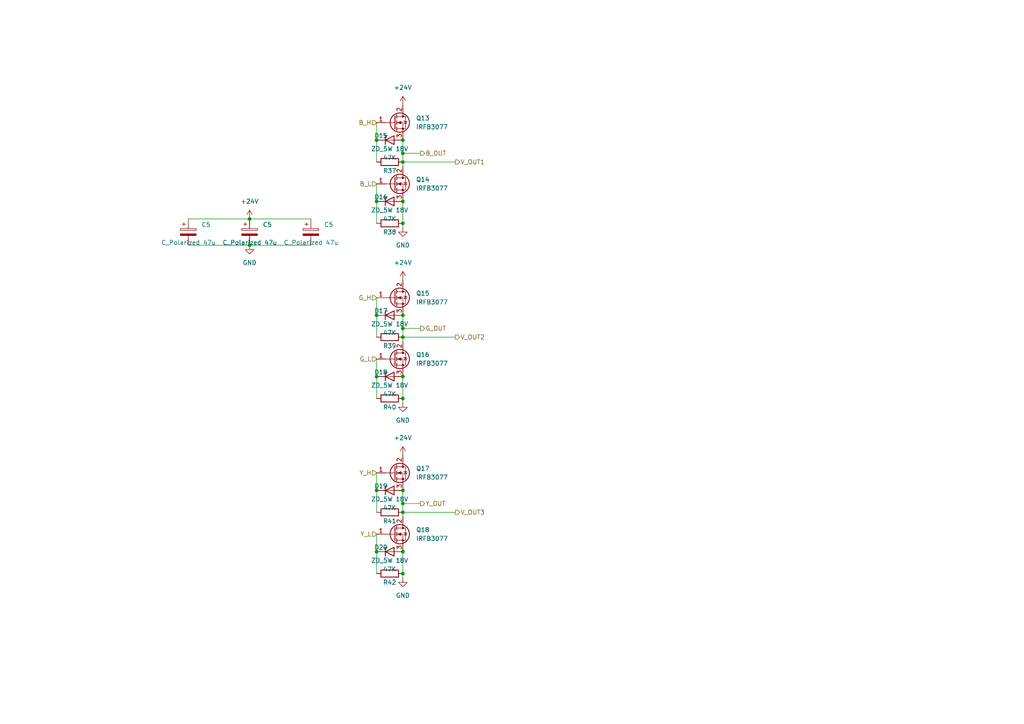
<source format=kicad_sch>
(kicad_sch (version 20230121) (generator eeschema)
  (paper "A4")
  (lib_symbols
    (symbol "2022-lsd:IRFB3077" (pin_names (offset 0) hide)
      (property "Reference" "Q?" (at 5.207 1.1684 0))
      (property "Value" "IRFB3077" (at 5.207 -1.143 0))
      (symbol "IRFB3077_0_1"
        (polyline (pts (xy 0.254 0) (xy -2.54 0)))
        (polyline (pts (xy 0.254 1.905) (xy 0.254 -1.905)) (stroke (width 0.254)))
        (polyline (pts (xy 0.762 -1.27) (xy 0.762 -2.286)) (stroke (width 0.254)))
        (polyline (pts (xy 0.762 0.508) (xy 0.762 -0.508)) (stroke (width 0.254)))
        (polyline (pts (xy 0.762 2.286) (xy 0.762 1.27)) (stroke (width 0.254)))
        (polyline (pts (xy 2.54 2.54) (xy 2.54 1.778)))
        (polyline (pts (xy 2.54 -2.54) (xy 2.54 0) (xy 0.762 0)))
        (polyline (pts (xy 0.762 -1.778) (xy 3.302 -1.778) (xy 3.302 1.778) (xy 0.762 1.778)))
        (polyline (pts (xy 1.016 0) (xy 2.032 0.381) (xy 2.032 -0.381) (xy 1.016 0)) (fill (type outline)))
        (polyline (pts (xy 2.794 0.508) (xy 2.921 0.381) (xy 3.683 0.381) (xy 3.81 0.254)))
        (polyline (pts (xy 3.302 0.381) (xy 2.921 -0.254) (xy 3.683 -0.254) (xy 3.302 0.381)))
        (circle (center 1.651 0) (radius 2.794) (stroke (width 0.254)))
        (circle (center 2.54 -1.778) (radius 0.254) (fill (type outline)))
        (circle (center 2.54 1.778) (radius 0.254) (fill (type outline)))
      )
      (symbol "IRFB3077_1_1"
        (pin input line (at -5.08 0 0) (length 2.54) (name "G") (number "1"))
        (pin passive line (at 2.54 5.08 270) (length 2.54) (name "D") (number "2"))
        (pin passive line (at 2.54 -5.08 90) (length 2.54) (name "S") (number "3"))
      )
    )
    (symbol "Device:C_Polarized" (pin_numbers hide) (pin_names (offset 0.254))
      (property "Reference" "C" (at 0.635 2.54 0))
      (property "Value" "C_Polarized" (at 0.635 -2.54 0))
      (symbol "C_Polarized_0_1"
        (rectangle (start -2.286 0.508) (end 2.286 1.016))
        (polyline (pts (xy -1.778 2.286) (xy -0.762 2.286)))
        (polyline (pts (xy -1.27 2.794) (xy -1.27 1.778)))
        (rectangle (start 2.286 -0.508) (end -2.286 -1.016) (fill (type outline)))
      )
      (symbol "C_Polarized_1_1"
        (pin passive line (at 0 3.81 270) (length 2.794) (name "~") (number "1"))
        (pin passive line (at 0 -3.81 90) (length 2.794) (name "~") (number "2"))
      )
    )
    (symbol "Device:R" (pin_numbers hide) (pin_names (offset 0))
      (property "Reference" "R" (at 2.032 0 90))
      (property "Value" "R" (at 0 0 90))
      (symbol "R_0_1"
        (rectangle (start -1.016 -2.54) (end 1.016 2.54) (stroke (width 0.254)))
      )
      (symbol "R_1_1"
        (pin passive line (at 0 3.81 270) (length 1.27) (name "~") (number "1"))
        (pin passive line (at 0 -3.81 90) (length 1.27) (name "~") (number "2"))
      )
    )
    (symbol "Diode:1N53xxB" (pin_numbers hide) (pin_names hide)
      (property "Reference" "D" (at 0 2.54 0))
      (property "Value" "1N53xxB" (at 0 -2.54 0))
      (symbol "1N53xxB_0_1"
        (polyline (pts (xy 1.27 0) (xy -1.27 0)))
        (polyline (pts (xy -1.27 -1.27) (xy -1.27 1.27) (xy -0.762 1.27)) (stroke (width 0.254)))
        (polyline (pts (xy 1.27 -1.27) (xy 1.27 1.27) (xy -1.27 0) (xy 1.27 -1.27)) (stroke (width 0.254)))
      )
      (symbol "1N53xxB_1_1"
        (pin passive line (at -3.81 0 0) (length 2.54) (name "K") (number "1"))
        (pin passive line (at 3.81 0 180) (length 2.54) (name "A") (number "2"))
      )
    )
    (symbol "power:+24V" (power) (pin_names (offset 0))
      (property "Value" "+24V" (at 0 3.556 0))
      (symbol "+24V_0_1"
        (polyline (pts (xy -0.762 1.27) (xy 0 2.54)))
        (polyline (pts (xy 0 0) (xy 0 2.54)))
        (polyline (pts (xy 0 2.54) (xy 0.762 1.27)))
      )
      (symbol "+24V_1_1"
        (pin power_in line (at 0 0 90) (length 0) hide (name "+24V") (number "1"))
      )
    )
    (symbol "power:GND" (power) (pin_names (offset 0))
      (property "Value" "GND" (at 0 -3.81 0))
      (symbol "GND_0_1"
        (polyline (pts (xy 0 0) (xy 0 -1.27) (xy 1.27 -1.27) (xy 0 -2.54) (xy -1.27 -1.27) (xy 0 -1.27)))
      )
      (symbol "GND_1_1"
        (pin power_in line (at 0 0 270) (length 0) hide (name "GND") (number "1"))
      )
    )
  )
  (junction (at 116.84 58.42))
  (junction (at 109.22 160.02))
  (junction (at 109.22 91.44))
  (junction (at 116.84 40.64))
  (junction (at 116.84 146.05))
  (junction (at 116.84 64.77))
  (junction (at 109.22 142.24))
  (junction (at 116.84 95.25))
  (junction (at 109.22 58.42))
  (junction (at 116.84 160.02))
  (junction (at 116.84 166.37))
  (junction (at 116.84 109.22))
  (junction (at 116.84 46.99))
  (junction (at 116.84 91.44))
  (junction (at 116.84 142.24))
  (junction (at 116.84 97.79))
  (junction (at 109.22 40.64))
  (junction (at 116.84 148.59))
  (junction (at 72.39 71.12))
  (junction (at 109.22 109.22))
  (junction (at 116.84 115.57))
  (junction (at 72.39 63.5))
  (junction (at 116.84 44.45))
  (wire (pts (xy 116.84 46.99) (xy 116.84 48.26)))
  (wire (pts (xy 109.22 109.22) (xy 109.22 115.57)))
  (wire (pts (xy 116.84 146.05) (xy 121.92 146.05)))
  (wire (pts (xy 116.84 115.57) (xy 116.84 116.84)))
  (wire (pts (xy 116.84 44.45) (xy 116.84 46.99)))
  (wire (pts (xy 109.22 160.02) (xy 109.22 166.37)))
  (wire (pts (xy 116.84 40.64) (xy 116.84 44.45)))
  (wire (pts (xy 116.84 109.22) (xy 116.84 115.57)))
  (wire (pts (xy 109.22 86.36) (xy 109.22 91.44)))
  (wire (pts (xy 116.84 148.59) (xy 116.84 149.86)))
  (wire (pts (xy 109.22 142.24) (xy 109.22 148.59)))
  (wire (pts (xy 116.84 58.42) (xy 116.84 64.77)))
  (wire (pts (xy 116.84 46.99) (xy 132.08 46.99)))
  (wire (pts (xy 116.84 166.37) (xy 116.84 167.64)))
  (wire (pts (xy 116.84 95.25) (xy 116.84 97.79)))
  (wire (pts (xy 109.22 53.34) (xy 109.22 58.42)))
  (wire (pts (xy 116.84 97.79) (xy 132.08 97.79)))
  (wire (pts (xy 109.22 40.64) (xy 109.22 46.99)))
  (wire (pts (xy 109.22 35.56) (xy 109.22 40.64)))
  (wire (pts (xy 116.84 64.77) (xy 116.84 66.04)))
  (wire (pts (xy 116.84 148.59) (xy 132.08 148.59)))
  (wire (pts (xy 109.22 104.14) (xy 109.22 109.22)))
  (wire (pts (xy 109.22 91.44) (xy 109.22 97.79)))
  (wire (pts (xy 116.84 91.44) (xy 116.84 95.25)))
  (wire (pts (xy 72.39 71.12) (xy 90.17 71.12)))
  (wire (pts (xy 72.39 63.5) (xy 90.17 63.5)))
  (wire (pts (xy 116.84 142.24) (xy 116.84 146.05)))
  (wire (pts (xy 116.84 160.02) (xy 116.84 166.37)))
  (wire (pts (xy 116.84 146.05) (xy 116.84 148.59)))
  (wire (pts (xy 54.61 63.5) (xy 72.39 63.5)))
  (wire (pts (xy 116.84 44.45) (xy 121.92 44.45)))
  (wire (pts (xy 116.84 97.79) (xy 116.84 99.06)))
  (wire (pts (xy 54.61 71.12) (xy 72.39 71.12)))
  (wire (pts (xy 116.84 95.25) (xy 121.92 95.25)))
  (wire (pts (xy 109.22 137.16) (xy 109.22 142.24)))
  (wire (pts (xy 109.22 154.94) (xy 109.22 160.02)))
  (wire (pts (xy 109.22 58.42) (xy 109.22 64.77)))
  (hierarchical_label "G_L" (shape input) (at 109.22 104.14 180))
  (hierarchical_label "Y_OUT" (shape output) (at 121.92 146.05 0))
  (hierarchical_label "B_H" (shape input) (at 109.22 35.56 180))
  (hierarchical_label "Y_L" (shape input) (at 109.22 154.94 180))
  (hierarchical_label "G_OUT" (shape output) (at 121.92 95.25 0))
  (hierarchical_label "B_OUT" (shape output) (at 121.92 44.45 0))
  (hierarchical_label "V_OUT3" (shape output) (at 132.08 148.59 0))
  (hierarchical_label "V_OUT1" (shape output) (at 132.08 46.99 0))
  (hierarchical_label "V_OUT2" (shape output) (at 132.08 97.79 0))
  (hierarchical_label "Y_H" (shape input) (at 109.22 137.16 180))
  (hierarchical_label "B_L" (shape input) (at 109.22 53.34 180))
  (hierarchical_label "G_H" (shape input) (at 109.22 86.36 180))
  (symbol (lib_id "2022-lsd:IRFB3077") (at 114.3 137.16 0) (unit 1)
    (property "Reference" "Q17" (at 120.65 135.89 0) (effects (justify left)))
    (property "Value" "IRFB3077" (at 120.65 138.43 0) (effects (justify left)))
    (property "Footprint" "Package_TO_SOT_THT:TO-220-3_Vertical" (effects hide))
    (instances (project "main" (path "" (reference "Q17") (unit 1)) (path "" (reference "Q5") (unit 1))))
  )
  (symbol (lib_id "Device:C_Polarized") (at 72.39 67.31 0) (unit 1)
    (property "Reference" "C5" (at 76.2 65.151 0) (effects (justify left)))
    (property "Value" "C_Polarized 47u" (at 64.516 70.358 0) (effects (justify left)))
    (property "Footprint" "Capacitor_THT:CP_Radial_D8.0mm_P3.50mm" (effects hide))
    (instances (project "main" (path "" (reference "C5") (unit 1)) (path "" (reference "C41") (unit 1)) (path "" (reference "C6") (unit 1))))
  )
  (symbol (lib_id "Device:R") (at 113.03 115.57 90) (unit 1)
    (property "Reference" "R40" (at 113.03 118.11 90))
    (property "Value" "47K" (at 113.03 114.3 90))
    (property "Footprint" "Resistor_THT:R_Axial_DIN0207_L6.3mm_D2.5mm_P7.62mm_Horizontal" (effects hide))
    (instances (project "main" (path "" (reference "R40") (unit 1)) (path "" (reference "R5") (unit 1))))
  )
  (symbol (lib_id "2022-lsd:IRFB3077") (at 114.3 86.36 0) (unit 1)
    (property "Reference" "Q15" (at 120.65 85.09 0) (effects (justify left)))
    (property "Value" "IRFB3077" (at 120.65 87.63 0) (effects (justify left)))
    (property "Footprint" "Package_TO_SOT_THT:TO-220-3_Vertical" (effects hide))
    (instances (project "main" (path "" (reference "Q15") (unit 1)) (path "" (reference "Q3") (unit 1))))
  )
  (symbol (lib_id "power:+24V") (at 116.84 81.28 0) (unit 1)
    (property "Reference" "#PWR069" (effects hide))
    (property "Value" "+24V" (at 116.84 76.2 0))
    (instances (project "main" (path "" (reference "#PWR069") (unit 1)) (path "" (reference "#PWR013") (unit 1))))
  )
  (symbol (lib_id "power:+24V") (at 72.39 63.5 0) (unit 1)
    (property "Reference" "#PWR065" (effects hide))
    (property "Value" "+24V" (at 72.39 58.42 0))
    (instances (project "main" (path "" (reference "#PWR065") (unit 1)) (path "" (reference "#PWR09") (unit 1))))
  )
  (symbol (lib_id "Diode:1N53xxB") (at 113.03 160.02 0) (unit 1)
    (property "Reference" "D20" (at 110.49 158.75 0))
    (property "Value" "ZD_5W 18V" (at 113.03 162.56 0))
    (property "Footprint" "Diode_THT:D_DO-201_P15.24mm_Horizontal" (effects hide))
    (property "Datasheet" "https://diotec.com/tl_files/diotec/files/pdf/datasheets/1n5345b.pdf" (effects hide))
    (instances (project "main" (path "" (reference "D20") (unit 1)) (path "" (reference "D8") (unit 1))))
  )
  (symbol (lib_id "Device:R") (at 113.03 97.79 90) (unit 1)
    (property "Reference" "R39" (at 113.03 100.33 90))
    (property "Value" "47K" (at 113.03 96.52 90))
    (property "Footprint" "Resistor_THT:R_Axial_DIN0207_L6.3mm_D2.5mm_P7.62mm_Horizontal" (effects hide))
    (instances (project "main" (path "" (reference "R39") (unit 1)) (path "" (reference "R9") (unit 1))))
  )
  (symbol (lib_id "Diode:1N53xxB") (at 113.03 109.22 0) (unit 1)
    (property "Reference" "D18" (at 110.49 107.95 0))
    (property "Value" "ZD_5W 18V" (at 113.03 111.76 0))
    (property "Footprint" "Diode_THT:D_DO-201_P15.24mm_Horizontal" (effects hide))
    (property "Datasheet" "https://diotec.com/tl_files/diotec/files/pdf/datasheets/1n5345b.pdf" (effects hide))
    (instances (project "main" (path "" (reference "D18") (unit 1)) (path "" (reference "D6") (unit 1))))
  )
  (symbol (lib_id "2022-lsd:IRFB3077") (at 114.3 154.94 0) (unit 1)
    (property "Reference" "Q18" (at 120.65 153.67 0) (effects (justify left)))
    (property "Value" "IRFB3077" (at 120.65 156.21 0) (effects (justify left)))
    (property "Footprint" "Package_TO_SOT_THT:TO-220-3_Vertical" (effects hide))
    (instances (project "main" (path "" (reference "Q18") (unit 1)) (path "" (reference "Q6") (unit 1))))
  )
  (symbol (lib_id "Diode:1N53xxB") (at 113.03 142.24 0) (unit 1)
    (property "Reference" "D19" (at 110.49 140.97 0))
    (property "Value" "ZD_5W 18V" (at 113.03 144.78 0))
    (property "Footprint" "Diode_THT:D_DO-201_P15.24mm_Horizontal" (effects hide))
    (property "Datasheet" "https://diotec.com/tl_files/diotec/files/pdf/datasheets/1n5345b.pdf" (effects hide))
    (instances (project "main" (path "" (reference "D19") (unit 1)) (path "" (reference "D7") (unit 1))))
  )
  (symbol (lib_id "Device:R") (at 113.03 64.77 90) (unit 1)
    (property "Reference" "R38" (at 113.03 67.31 90))
    (property "Value" "47K" (at 113.03 63.5 90))
    (property "Footprint" "Resistor_THT:R_Axial_DIN0207_L6.3mm_D2.5mm_P7.62mm_Horizontal" (effects hide))
    (instances (project "main" (path "" (reference "R38") (unit 1)) (path "" (reference "R8") (unit 1))))
  )
  (symbol (lib_id "power:GND") (at 116.84 66.04 0) (unit 1)
    (property "Reference" "#PWR068" (effects hide))
    (property "Value" "GND" (at 116.84 71.12 0))
    (instances (project "main" (path "" (reference "#PWR068") (unit 1)) (path "" (reference "#PWR012") (unit 1))))
  )
  (symbol (lib_id "power:+24V") (at 116.84 30.48 0) (unit 1)
    (property "Reference" "#PWR067" (effects hide))
    (property "Value" "+24V" (at 116.84 25.4 0))
    (instances (project "main" (path "" (reference "#PWR067") (unit 1)) (path "" (reference "#PWR011") (unit 1))))
  )
  (symbol (lib_id "Device:R") (at 113.03 46.99 90) (unit 1)
    (property "Reference" "R37" (at 113.03 49.53 90))
    (property "Value" "47K" (at 113.03 45.72 90))
    (property "Footprint" "Resistor_THT:R_Axial_DIN0207_L6.3mm_D2.5mm_P7.62mm_Horizontal" (effects hide))
    (instances (project "main" (path "" (reference "R37") (unit 1)) (path "" (reference "R4") (unit 1))))
  )
  (symbol (lib_id "power:GND") (at 72.39 71.12 0) (unit 1)
    (property "Reference" "#PWR066" (effects hide))
    (property "Value" "GND" (at 72.39 76.2 0))
    (instances (project "main" (path "" (reference "#PWR066") (unit 1)) (path "" (reference "#PWR010") (unit 1))))
  )
  (symbol (lib_id "2022-lsd:IRFB3077") (at 114.3 53.34 0) (unit 1)
    (property "Reference" "Q14" (at 120.65 52.07 0) (effects (justify left)))
    (property "Value" "IRFB3077" (at 120.65 54.61 0) (effects (justify left)))
    (property "Footprint" "Package_TO_SOT_THT:TO-220-3_Vertical" (effects hide))
    (instances (project "main" (path "" (reference "Q14") (unit 1)) (path "" (reference "Q2") (unit 1))))
  )
  (symbol (lib_id "Device:C_Polarized") (at 90.17 67.31 0) (unit 1)
    (property "Reference" "C5" (at 93.98 65.151 0) (effects (justify left)))
    (property "Value" "C_Polarized 47u" (at 82.296 70.358 0) (effects (justify left)))
    (property "Footprint" "Capacitor_THT:CP_Radial_D8.0mm_P3.50mm" (effects hide))
    (instances (project "main" (path "" (reference "C5") (unit 1)) (path "" (reference "C42") (unit 1)) (path "" (reference "C7") (unit 1))))
  )
  (symbol (lib_id "Diode:1N53xxB") (at 113.03 40.64 0) (unit 1)
    (property "Reference" "D15" (at 110.49 39.37 0))
    (property "Value" "ZD_5W 18V" (at 113.03 43.18 0))
    (property "Footprint" "Diode_THT:D_DO-201_P15.24mm_Horizontal" (effects hide))
    (property "Datasheet" "https://diotec.com/tl_files/diotec/files/pdf/datasheets/1n5345b.pdf" (effects hide))
    (instances (project "main" (path "" (reference "D15") (unit 1)) (path "" (reference "D2") (unit 1))))
  )
  (symbol (lib_id "power:GND") (at 116.84 116.84 0) (unit 1)
    (property "Reference" "#PWR070" (effects hide))
    (property "Value" "GND" (at 116.84 121.92 0))
    (instances (project "main" (path "" (reference "#PWR070") (unit 1)) (path "" (reference "#PWR014") (unit 1))))
  )
  (symbol (lib_id "power:+24V") (at 116.84 132.08 0) (unit 1)
    (property "Reference" "#PWR071" (effects hide))
    (property "Value" "+24V" (at 116.84 127 0))
    (instances (project "main" (path "" (reference "#PWR071") (unit 1)) (path "" (reference "#PWR015") (unit 1))))
  )
  (symbol (lib_id "power:GND") (at 116.84 167.64 0) (unit 1)
    (property "Reference" "#PWR072" (effects hide))
    (property "Value" "GND" (at 116.84 172.72 0))
    (instances (project "main" (path "" (reference "#PWR072") (unit 1)) (path "" (reference "#PWR016") (unit 1))))
  )
  (symbol (lib_id "Device:R") (at 113.03 166.37 90) (unit 1)
    (property "Reference" "R42" (at 113.03 168.91 90))
    (property "Value" "47K" (at 113.03 165.1 90))
    (property "Footprint" "Resistor_THT:R_Axial_DIN0207_L6.3mm_D2.5mm_P7.62mm_Horizontal" (effects hide))
    (instances (project "main" (path "" (reference "R42") (unit 1)) (path "" (reference "R7") (unit 1))))
  )
  (symbol (lib_id "Device:R") (at 113.03 148.59 90) (unit 1)
    (property "Reference" "R41" (at 113.03 151.13 90))
    (property "Value" "47K" (at 113.03 147.32 90))
    (property "Footprint" "Resistor_THT:R_Axial_DIN0207_L6.3mm_D2.5mm_P7.62mm_Horizontal" (effects hide))
    (instances (project "main" (path "" (reference "R41") (unit 1)) (path "" (reference "R6") (unit 1))))
  )
  (symbol (lib_id "2022-lsd:IRFB3077") (at 114.3 104.14 0) (unit 1)
    (property "Reference" "Q16" (at 120.65 102.87 0) (effects (justify left)))
    (property "Value" "IRFB3077" (at 120.65 105.41 0) (effects (justify left)))
    (property "Footprint" "Package_TO_SOT_THT:TO-220-3_Vertical" (effects hide))
    (instances (project "main" (path "" (reference "Q16") (unit 1)) (path "" (reference "Q4") (unit 1))))
  )
  (symbol (lib_id "Diode:1N53xxB") (at 113.03 91.44 0) (unit 1)
    (property "Reference" "D17" (at 110.49 90.17 0))
    (property "Value" "ZD_5W 18V" (at 113.03 93.98 0))
    (property "Footprint" "Diode_THT:D_DO-201_P15.24mm_Horizontal" (effects hide))
    (property "Datasheet" "https://diotec.com/tl_files/diotec/files/pdf/datasheets/1n5345b.pdf" (effects hide))
    (instances (project "main" (path "" (reference "D17") (unit 1)) (path "" (reference "D4") (unit 1))))
  )
  (symbol (lib_id "Device:C_Polarized") (at 54.61 67.31 0) (unit 1)
    (property "Reference" "C5" (at 58.42 65.151 0) (effects (justify left)))
    (property "Value" "C_Polarized 47u" (at 46.736 70.358 0) (effects (justify left)))
    (property "Footprint" "Capacitor_THT:CP_Radial_D8.0mm_P3.50mm" (effects hide))
    (instances (project "main" (path "" (reference "C5") (unit 1)) (path "" (reference "C40") (unit 1)) (path "" (reference "C5") (unit 1))))
  )
  (symbol (lib_id "2022-lsd:IRFB3077") (at 114.3 35.56 0) (unit 1)
    (property "Reference" "Q13" (at 120.65 34.29 0) (effects (justify left)))
    (property "Value" "IRFB3077" (at 120.65 36.83 0) (effects (justify left)))
    (property "Footprint" "Package_TO_SOT_THT:TO-220-3_Vertical" (effects hide))
    (instances (project "main" (path "" (reference "Q13") (unit 1)) (path "" (reference "Q1") (unit 1))))
  )
  (symbol (lib_id "Diode:1N53xxB") (at 113.03 58.42 0) (unit 1)
    (property "Reference" "D16" (at 110.49 57.15 0))
    (property "Value" "ZD_5W 18V" (at 113.03 60.96 0))
    (property "Footprint" "Diode_THT:D_DO-201_P15.24mm_Horizontal" (effects hide))
    (property "Datasheet" "https://diotec.com/tl_files/diotec/files/pdf/datasheets/1n5345b.pdf" (effects hide))
    (instances (project "main" (path "" (reference "D16") (unit 1)) (path "" (reference "D3") (unit 1))))
  )
)
</source>
